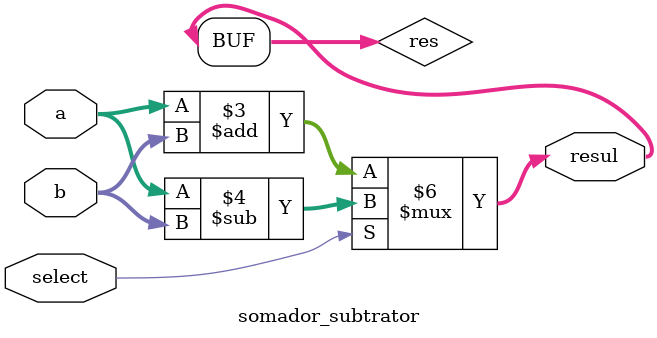
<source format=v>
/*

  Modulo que implementa um somador/subtrator, caso select seja um então ocorre a soma
  caso seja 0 então ocorre a subtração. Esse somador é utilizado para realizar operações nas coordenadas dos asteroides / tiros

*/

module somador_subtrator #(parameter N=4) ( 
                          input [N-1:0] a,
                          input [N-1:0] b,
                          input select,
                          output [N:0] resul
                    );

  reg [N:0] res;

  always@(*) begin
    if(~select) res = a + b;
    else res = a-b;
  end

  assign resul = res;


  // assign resul = select ? a + b : a - b;

endmodule
</source>
